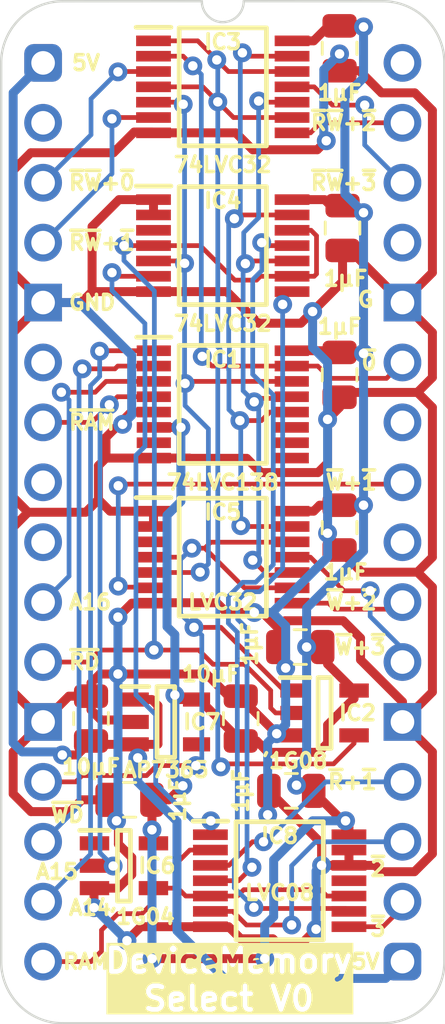
<source format=kicad_pcb>
(kicad_pcb (version 20241229) (generator "pcbnew") (generator_version "9.0")
  (title_block (title "Video Device RAM Select") (date "2024-03-06") (rev "V0"))
  (layers (0 "F.Cu" signal) (2 "B.Cu" signal) (13 "F.Paste" user) (15 "B.Paste" user) (5 "F.SilkS" user "F.Silkscreen") (7 "B.SilkS" user "B.Silkscreen") (1 "F.Mask" user) (3 "B.Mask" user) (25 "Edge.Cuts" user))
  (net 0 "")
  (net 1 "GND")
  (net 2 "5V")
  (net 3 "/3.3V")
  (net 4 "A16")
  (net 5 "A15")
  (net 7 "~{Device RAM 0}")
  (net 8 "A14")
  (net 13 "/~{Device RAM 3}")
  (net 14 "/~{Device RAM 2}")
  (net 15 "/~{Device RAM 1}")
  (net 16 "~{Device RAM}")
  (net 17 "~{RD}")
  (net 18 "~{WD}")
  (net 19 "/~{RD}·~{WD}")
  (net 20 "(~{RD}·~{WD})+~{Device RAM 1}")
  (net 21 "(~{RD}·~{WD})+~{Device RAM 3}")
  (net 22 "(~{RD}·~{WD})+~{Device RAM 0}")
  (net 23 "(~{RD}·~{WD})+~{Device RAM 2}")
  (net 25 "/~{RD}+~{Device RAM 1}")
  (net 26 "/~{RD}+~{Device RAM 2}")
  (net 27 "/~{RD}+~{Device RAM 3}")
  (net 29 "~{WD}+~{Device RAM 1}")
  (net 30 "~{WD}+~{Device RAM 2}")
  (net 31 "~{WD}+~{Device RAM 3}")
  (net 34 "Device RAM")
  (net 35 "~{Read Device RAM 2}")
  (net 36 "~{Read Device RAM 1}")
  (net 37 "~{Read Device RAM 3}")
  (footprint "SamacSys_Parts:C_0805" (layer "F.Cu") (at 8.382 27.813)
    (property "Reference" "C9" (hide yes))
    (property "Value" "10µF")
  )
  (footprint "SamacSys_Parts:DIP-32_Board_W15.24mm" (layer "F.Cu") (at 0 0)
    (property "Reference" "J1" (hide yes))
    (property "Value" "Conn_02x16_Counter_Clockwise" (hide yes))
    (fp_line (start -1.778 38.1) (end -1.778 0) (stroke (width 0.1)) (layer "Edge.Cuts"))
    (fp_line (start 6.731 -2.6162) (end 0.835732 -2.613732) (stroke (width 0.1)) (layer "Edge.Cuts"))
    (fp_line (start 14.404267 -2.613733) (end 8.509 -2.6162) (stroke (width 0.1)) (layer "Edge.Cuts"))
    (fp_line (start 14.404268 40.713732) (end 0.835733 40.713733) (stroke (width 0.1)) (layer "Edge.Cuts"))
    (fp_line (start 17.018 38.1) (end 17.017999 -0.000001) (stroke (width 0.1)) (layer "Edge.Cuts"))
    (fp_arc (start -1.778 0) (mid -1.012456 -1.848188) (end 0.835732 -2.613732) (stroke (width 0.1)) (layer "Edge.Cuts"))
    (fp_arc (start 0.835733 40.713733) (mid -1.012457 39.94819) (end -1.778 38.1) (stroke (width 0.1)) (layer "Edge.Cuts"))
    (fp_arc (start 8.509 -2.6162) (mid 7.62 -1.7272) (end 6.731 -2.6162) (stroke (width 0.1)) (layer "Edge.Cuts"))
    (fp_arc (start 14.404267 -2.613733) (mid 16.252451 -1.848184) (end 17.017999 -0.000001) (stroke (width 0.1)) (layer "Edge.Cuts"))
    (fp_arc (start 17.018 38.1) (mid 16.252456 39.948187) (end 14.404268 40.713732) (stroke (width 0.1)) (layer "Edge.Cuts"))
  )
  (footprint "SamacSys_Parts:SOP65P640X110-14N" (layer "F.Cu") (at 10.033 34.671)
    (property "Reference" "IC8")
    (property "Value" "74LVC08APW,112" (hide yes))
  )
  (footprint "SamacSys_Parts:C_0805" (layer "F.Cu") (at 12.7 6.985 180)
    (property "Reference" "C3" (hide yes))
    (property "Value" "1μF")
  )
  (footprint "SamacSys_Parts:C_0805" (layer "F.Cu") (at 3.683 31.242 90)
    (property "Reference" "C6" (hide yes))
    (property "Value" "1μF")
  )
  (footprint "SamacSys_Parts:C_0805" (layer "F.Cu") (at 12.573 19.685 180)
    (property "Reference" "C4" (hide yes))
    (property "Value" "1μF")
  )
  (footprint "SamacSys_Parts:SOP65P640X110-14N" (layer "F.Cu") (at 7.62 1.016)
    (property "Reference" "IC3")
    (property "Value" "74LVC32APW,118" (hide yes))
  )
  (footprint "SamacSys_Parts:SOP65P640X110-16N" (layer "F.Cu") (at 7.62 14.478)
    (property "Reference" "IC1")
    (property "Value" "74LVC138APW-Q100J" (hide yes))
  )
  (footprint "SamacSys_Parts:SOT95P275X110-5N" (layer "F.Cu") (at 3.429 34.036)
    (property "Reference" "IC6")
    (property "Value" "74LVC1G04GV,125" (hide yes))
  )
  (footprint "SamacSys_Parts:C_0805" (layer "F.Cu") (at 10.541 30.861 90)
    (property "Reference" "C7" (hide yes))
    (property "Value" "1μF")
  )
  (footprint "SamacSys_Parts:C_0805" (layer "F.Cu") (at 10.922 24.765 90)
    (property "Reference" "C1" (hide yes))
    (property "Value" "1μF")
  )
  (footprint "SamacSys_Parts:C_0805" (layer "F.Cu") (at 2.032 27.813)
    (property "Reference" "C8" (hide yes))
    (property "Value" "10µF")
  )
  (footprint "SamacSys_Parts:C_0805" (layer "F.Cu") (at 12.573 -0.635 180)
    (property "Reference" "C5" (hide yes))
    (property "Value" "1μF")
  )
  (footprint "SamacSys_Parts:SOT95P285X130-5N" (layer "F.Cu") (at 5.207 27.94)
    (property "Reference" "IC7")
    (property "Value" "AP7365-33WG-7" (hide yes))
  )
  (footprint "SamacSys_Parts:C_0805" (layer "F.Cu") (at 12.573 13.208 180)
    (property "Reference" "C2" (hide yes))
    (property "Value" "1μF")
  )
  (footprint "SamacSys_Parts:SOP65P640X110-14N" (layer "F.Cu") (at 7.62 20.955)
    (property "Reference" "IC5")
    (property "Value" "74LVC32APW,118" (hide yes))
  )
  (footprint "SamacSys_Parts:SOT95P275X110-5N" (layer "F.Cu") (at 11.938 27.559)
    (property "Reference" "IC2")
    (property "Value" "74LVC1G08GV,125" (hide yes))
  )
  (footprint "SamacSys_Parts:SOP65P640X110-14N" (layer "F.Cu") (at 7.62 7.747)
    (property "Reference" "IC4")
    (property "Value" "74LVC32APW,118" (hide yes))
  )
  (footprint "SamacSys_Parts:PinHeader_1x16_P2.54mm_Vertical" (layer "B.Cu") (at 0 0 180)
    (property "Reference" "J3" (hide yes))
    (property "Value" "Pin_Header_01x16")
  )
  (footprint "SamacSys_Parts:PinHeader_1x16_P2.54mm_Vertical" (layer "B.Cu") (at 15.24 0 180)
    (property "Reference" "J2" (hide yes))
    (property "Value" "Pin_Header_01x16")
  )
  (gr_text "5V" (at 1.143 0 0) (layer "F.SilkS") (effects (font (size 0.635 0.635)) (justify left)))
  (gr_text "5V" (at 14.351 38.1 0) (layer "F.SilkS") (effects (font (size 0.635 0.635)) (justify right)))
  (gr_text "~{W}+~{3}" (at 14.605 24.765 0) (layer "F.SilkS") (effects (font (size 0.635 0.635)) (justify right)))
  (gr_text "A14" (at 1.016 35.814 0) (layer "F.SilkS") (effects (font (size 0.635 0.635)) (justify left)))
  (gr_text "~{R}~{W}+~{1}" (at 1.016 7.62 0) (layer "F.SilkS") (effects (font (size 0.635 0.635)) (justify left)))
  (gr_text "G" (at 14.097 10.033 0) (layer "F.SilkS") (effects (font (size 0.635 0.635)) (justify right)))
  (gr_text "~{RD}" (at 1.016 25.4 0) (layer "F.SilkS") (effects (font (size 0.635 0.635)) (justify left)))
  (gr_text "~{R}~{W}+~{0}" (at 1.016 5.08 0) (layer "F.SilkS") (effects (font (size 0.635 0.635)) (justify left)))
  (gr_text "A16" (at 1.016 22.86 0) (layer "F.SilkS") (effects (font (size 0.635 0.635)) (justify left)))
  (gr_text "~{W}+~{2}" (at 14.224 22.86 0) (layer "F.SilkS") (effects (font (size 0.635 0.635)) (justify right)))
  (gr_text "~{0}" (at 14.224 12.7 0) (layer "F.SilkS") (effects (font (size 0.635 0.635)) (justify right)))
  (gr_text "~{R}~{W}+~{2}" (at 14.224 2.54 0) (layer "F.SilkS") (effects (font (size 0.635 0.635)) (justify right)))
  (gr_text "GND" (at 1.016 10.16 0) (layer "F.SilkS") (effects (font (size 0.635 0.635)) (justify left)))
  (gr_text "RAM" (at 0.762 38.1 0) (layer "F.SilkS") (effects (font (size 0.635 0.635)) (justify left)))
  (gr_text "~{R}+~{1}" (at 14.224 30.48 0) (layer "F.SilkS") (effects (font (size 0.635 0.635)) (justify right)))
  (gr_text "~{2}" (at 14.605 34.163 0) (layer "F.SilkS") (effects (font (size 0.635 0.635)) (justify right)))
  (gr_text "A15" (at -0.381 34.29 0) (layer "F.SilkS") (effects (font (size 0.635 0.635)) (justify left)))
  (gr_text "DeviceMemory\nSelect V0\n" (at 7.874 40.259 0) (layer "F.SilkS" knockout) (effects (font (size 1 1) (thickness 0.2) (bold yes)) (justify bottom)))
  (gr_text "~{R}~{W}+~{3}" (at 14.224 5.08 0) (layer "F.SilkS") (effects (font (size 0.635 0.635)) (justify right)))
  (gr_text "~{3}" (at 14.605 36.703 0) (layer "F.SilkS") (effects (font (size 0.635 0.635)) (justify right)))
  (gr_text "~{W}+~{1}" (at 14.224 17.78 0) (layer "F.SilkS") (effects (font (size 0.635 0.635)) (justify right)))
  (gr_text "~{WD}" (at 0.254 31.877 0) (layer "F.SilkS") (effects (font (size 0.635 0.635)) (justify left)))
  (gr_text "~{RAM}" (at 1.016 15.24 0) (layer "F.SilkS") (effects (font (size 0.635 0.635)) (justify left)))
  (segment (start 9.977 28.509) (end 9.906 28.438) (width 0.38) (layer "F.Cu") (net 1))
  (segment (start 3.194 33.12106) (end 3.761 33.68806) (width 0.38) (layer "F.Cu") (net 1))
  (segment (start 2.667 16.753) (end 2.347 17.073) (width 0.38) (layer "F.Cu") (net 1))
  (segment (start 4.682 22.905) (end 3.765 22.905) (width 0.38) (layer "F.Cu") (net 1))
  (segment (start 3.258 27.94) (end 3.175 27.857) (width 0.38) (layer "F.Cu") (net 1))
  (segment (start 3.37 15.167557) (end 3.734557 14.803) (width 0.38) (layer "F.Cu") (net 1))
  (segment (start 3.37 15.323365) (end 3.218635 15.323365) (width 0.38) (layer "F.Cu") (net 1))
  (segment (start 3.734557 14.803) (end 4.695 14.803) (width 0.38) (layer "F.Cu") (net 1))
  (segment (start 2.347 18.513) (end 1.81 19.05) (width 0.38) (layer "F.Cu") (net 1))
  (segment (start 15.24 27.082915) (end 15.24 27.94) (width 0.38) (layer "F.Cu") (net 1))
  (segment (start 2.159 35.814) (end 2.159 35.006) (width 0.38) (layer "F.Cu") (net 1))
  (segment (start 14.351 1.27) (end 13.412 0.331) (width 0.38) (layer "F.Cu") (net 1))
  (segment (start 8.95725 23.30075) (end 9.30375 23.30075) (width 0.38) (layer "F.Cu") (net 1))
  (segment (start 13.462 25.304915) (end 15.24 27.082915) (width 0.38) (layer "F.Cu") (net 1))
  (segment (start 2.667 16.753) (end 4.695 16.753) (width 0.38) (layer "F.Cu") (net 1))
  (segment (start 4.682 19.655) (end 4.682 19.005) (width 0.38) (layer "F.Cu") (net 1))
  (segment (start 12.573 14.605) (end 12.065 15.113) (width 0.38) (layer "F.Cu") (net 1))
  (segment (start 16.51 8.89) (end 16.51 2.016042) (width 0.38) (layer "F.Cu") (net 1))
  (segment (start 2.077 9.697) (end 1.614 10.16) (width 0.38) (layer "F.Cu") (net 1))
  (segment (start 3.37 15.323365) (end 3.37 15.167557) (width 0.38) (layer "F.Cu") (net 1))
  (segment (start 16.51 22.225) (end 16.51 26.67) (width 0.38) (layer "F.Cu") (net 1))
  (segment (start 11.810488 34.020485) (end 11.810488 33.096488) (width 0.38) (layer "F.Cu") (net 1))
  (segment (start 11.66 17.368) (end 9.24 17.368) (width 0.38) (layer "F.Cu") (net 1))
  (segment (start 15.748 34.29) (end 14.3575 34.29) (width 0.38) (layer "F.Cu") (net 1))
  (segment (start 12.971 34.021) (end 12.971 33.371) (width 0.38) (layer "F.Cu") (net 1))
  (segment (start 1.81 19.05) (end -0.635 19.05) (width 0.38) (layer "F.Cu") (net 1))
  (segment (start 1.614 10.16) (end 0 10.16) (width 0.38) (layer "F.Cu") (net 1))
  (segment (start -0.516062 31.741938) (end -1.27 30.988) (width 0.38) (layer "F.Cu") (net 1))
  (segment (start 13.512 21.59) (end 15.875 21.59) (width 0.38) (layer "F.Cu") (net 1))
  (segment (start 3.194 32.212) (end 3.194 33.12106) (width 0.38) (layer "F.Cu") (net 1))
  (segment (start 13.412 0.331) (end 12.573 0.331) (width 0.38) (layer "F.Cu") (net 1))
  (segment (start 3.761 34.409) (end 3.184 34.986) (width 0.38) (layer "F.Cu") (net 1))
  (segment (start 12.7 9.271) (end 11.43 10.541) (width 0.38) (layer "F.Cu") (net 1))
  (segment (start 3.8635 2.931) (end 2.9845 3.81) (width 0.38) (layer "F.Cu") (net 1))
  (segment (start 2.032 26.289) (end 2.413 25.908) (width 0.38) (layer "F.Cu") (net 1))
  (segment (start 16.51 14.605) (end 15.875 13.97) (width 0.38) (layer "F.Cu") (net 1))
  (segment (start 4.699803 22.887197) (end 7.366 22.887197) (width 0.38) (layer "F.Cu") (net 1))
  (segment (start 11.810488 33.096488) (end 9.575 30.861) (width 0.38) (layer "F.Cu") (net 1))
  (segment (start 12.728 23.65) (end 13.462 24.384) (width 0.38) (layer "F.Cu") (net 1))
  (segment (start 4.682 19.005) (end 2.839 19.005) (width 0.38) (layer "F.Cu") (net 1))
  (segment (start 10.02894 37.416) (end 10.887749 37.416) (width 0.38) (layer "F.Cu") (net 1))
  (segment (start 9.74594 37.133) (end 10.02894 37.416) (width 0.38) (layer "F.Cu") (net 1))
  (segment (start 1.093 26.847) (end 0 27.94) (width 0.38) (layer "F.Cu") (net 1))
  (segment (start 12.065 16.963) (end 11.66 17.368) (width 0.38) (layer "F.Cu") (net 1))
  (segment (start -1.27 11.43) (end -1.27 18.415) (width 0.38) (layer "F.Cu") (net 1))
  (segment (start 7.779553 23.30075) (end 7.366 22.887197) (width 0.38) (layer "F.Cu") (net 1))
  (segment (start 7.095 36.621) (end 7.87 36.621) (width 0.38) (layer "F.Cu") (net 1))
  (segment (start 5.195 16.753) (end 6.212 16.753) (width 0.38) (layer "F.Cu") (net 1))
  (segment (start 6.927035 25.908) (end 7.866035 26.847) (width 0.38) (layer "F.Cu") (net 1))
  (segment (start 14.0885 34.021) (end 12.971 34.021) (width 0.38) (layer "F.Cu") (net 1))
  (segment (start 1.143 31.741938) (end -0.516062 31.741938) (width 0.38) (layer "F.Cu") (net 1))
  (segment (start 16.51 2.016042) (end 15.763958 1.27) (width 0.38) (layer "F.Cu") (net 1))
  (segment (start 2.032 26.847) (end 2.032 26.289) (width 0.38) (layer "F.Cu") (net 1))
  (segment (start 2.347 17.073) (end 2.347 18.513) (width 0.38) (layer "F.Cu") (net 1))
  (segment (start 8.89 3.683) (end 11.628 3.683) (width 0.38) (layer "F.Cu") (net 1))
  (segment (start 9.131119 11.036119) (end 10.934881 11.036119) (width 0.38) (layer "F.Cu") (net 1))
  (segment (start -1.27 29.21) (end 0 27.94) (width 0.38) (layer "F.Cu") (net 1))
  (segment (start 2.457 27.857) (end 2.032 27.432) (width 0.38) (layer "F.Cu") (net 1))
  (segment (start 12.7 7.951) (end 12.7 9.271) (width 0.38) (layer "F.Cu") (net 1))
  (segment (start 4.682 5.797) (end 4.682 6.447) (width 0.38) (layer "F.Cu") (net 1))
  (segment (start 14.3575 34.29) (end 14.0885 34.021) (width 0.38) (layer "F.Cu") (net 1))
  (segment (start 16.51 33.528) (end 15.748 34.29) (width 0.38) (layer "F.Cu") (net 1))
  (segment (start 15.24 27.94) (end 16.51 29.21) (width 0.38) (layer "F.Cu") (net 1))
  (segment (start 2.347 18.513) (end 2.839 19.005) (width 0.38) (layer "F.Cu") (net 1))
  (segment (start 16.51 11.43) (end 15.24 10.16) (width 0.38) (layer "F.Cu") (net 1))
  (segment (start 3.765 22.905) (end 3.175 23.495) (width 0.38) (layer "F.Cu") (net 1))
  (segment (start 12.573 0.127) (end 12.573 -0.381) (width 0.38) (layer "F.Cu") (net 1))
  (segment (start 2.032 27.432) (end 2.032 26.847) (width 0.38) (layer "F.Cu") (net 1))
  (segment (start -1.27 4.556042) (end -1.27 8.89) (width 0.38) (layer "F.Cu") (net 1))
  (segment (start 8.173 2.966) (end 8.89 3.683) (width 0.38) (layer "F.Cu") (net 1))
  (segment (start 7.095 36.621) (end 4.145998 36.621) (width 0.38) (layer "F.Cu") (net 1))
  (segment (start 9.956 24.765) (end 10.287 25.096) (width 0.38) (layer "F.Cu") (net 1))
  (segment (start 16.51 13.335) (end 16.51 11.43) (width 0.38) (layer "F.Cu") (net 1))
  (segment (start 9.525 31.877) (end 9.525 30.911) (width 0.38) (layer "F.Cu") (net 1))
  (segment (start 2.077 6.94) (end 2.077 9.697) (width 0.38) (layer "F.Cu") (net 1))
  (segment (start 2.667 15.875) (end 2.667 16.753) (width 0.38) (layer "F.Cu") (net 1))
  (segment (start 15.875 21.59) (end 16.51 22.225) (width 0.38) (layer "F.Cu") (net 1))
  (segment (start 8.382 37.133) (end 9.74594 37.133) (width 0.38) (layer "F.Cu") (net 1))
  (segment (start 3.175 25.908) (end 6.927035 25.908) (width 0.38) (layer "F.Cu") (net 1))
  (segment (start 16.51 29.21) (end 16.51 33.528) (width 0.38) (layer "F.Cu") (net 1))
  (segment (start -0.523958 3.81) (end -1.27 4.556042) (width 0.38) (layer "F.Cu") (net 1))
  (segment (start 15.24 10.16) (end 16.51 8.89) (width 0.38) (layer "F.Cu") (net 1))
  (segment (start 15.875 21.59) (end 16.51 20.955) (width 0.38) (layer "F.Cu") (net 1))
  (segment (start 11.628 3.683) (end 12.009 3.302) (width 0.38) (layer "F.Cu") (net 1))
  (segment (start 9.24 17.368) (end 8.636001 16.764001) (width 0.38) (layer "F.Cu") (net 1))
  (segment (start 10.259 23.65) (end 12.728 23.65) (width 0.38) (layer "F.Cu") (net 1))
  (segment (start 6.212 16.753) (end 6.223001 16.764001) (width 0.38) (layer "F.Cu") (net 1))
  (segment (start 9.956 23.953) (end 10.259 23.65) (width 0.38) (layer "F.Cu") (net 1))
  (segment (start 9.956 23.953) (end 9.30375 23.30075) (width 0.38) (layer "F.Cu") (net 1))
  (segment (start 12.573 14.174) (end 12.573 14.605) (width 0.38) (layer "F.Cu") (net 1))
  (segment (start 0 10.16) (end -1.27 11.43) (width 0.38) (layer "F.Cu") (net 1))
  (segment (start 2.032 26.847) (end 1.093 26.847) (width 0.38) (layer "F.Cu") (net 1))
  (segment (start -1.27 8.89) (end 0 10.16) (width 0.38) (layer "F.Cu") (net 1))
  (segment (start -1.27 26.67) (end 0 27.94) (width 0.38) (layer "F.Cu") (net 1))
  (segment (start 10.688 28.509) (end 9.977 28.509) (width 0.38) (layer "F.Cu") (net 1))
  (segment (start 11.810488 34.020485) (end 11.811003 34.021) (width 0.38) (layer "F.Cu") (net 1))
  (segment (start 4.682 9.697) (end 2.077 9.697) (width 0.38) (layer "F.Cu") (net 1))
  (segment (start -0.635 19.05) (end -1.27 19.685) (width 0.38) (layer "F.Cu") (net 1))
  (segment (start 4.682 5.797) (end 3.22 5.797) (width 0.38) (layer "F.Cu") (net 1))
  (segment (start 4.145998 36.621) (end 3.555999 37.210999) (width 0.38) (layer "F.Cu") (net 1))
  (segment (start 1.642938 31.242) (end 1.143 31.741938) (width 0.38) (layer "F.Cu") (net 1))
  (segment (start 7.792 9.697) (end 9.131119 11.036119) (width 0.38) (layer "F.Cu") (net 1))
  (segment (start 2.9845 3.81) (end -0.523958 3.81) (width 0.38) (layer "F.Cu") (net 1))
  (segment (start 3.907 27.94) (end 3.258 27.94) (width 0.38) (layer "F.Cu") (net 1))
  (segment (start 2.413 25.908) (end 3.175 25.908) (width 0.38) (layer "F.Cu") (net 1))
  (segment (start 12.777 13.97) (end 15.875 13.97) (width 0.38) (layer "F.Cu") (net 1))
  (segment (start 3.218635 15.323365) (end 2.667 15.875) (width 0.38) (layer "F.Cu") (net 1))
  (segment (start 2.717 31.242) (end 1.642938 31.242) (width 0.38) (layer "F.Cu") (net 1))
  (segment (start 10.887749 37.416) (end 11.575398 36.728351) (width 0.38) (layer "F.Cu") (net 1))
  (segment (start 11.811003 34.021) (end 12.971 34.021) (width 0.38) (layer "F.Cu") (net 1))
  (segment (start 3.761 33.68806) (end 3.761 34.409) (width 0.38) (layer "F.Cu") (net 1))
  (segment (start 4.682 9.697) (end 7.792 9.697) (width 0.38) (layer "F.Cu") (net 1))
  (segment (start 2.717 31.292) (end 3.113 31.688) (width 0.38) (layer "F.Cu") (net 1))
  (segment (start -1.27 18.415) (end -0.635 19.05) (width 0.38) (layer "F.Cu") (net 1))
  (segment (start 3.175 27.857) (end 2.457 27.857) (width 0.38) (layer "F.Cu") (net 1))
  (segment (start 16.51 26.67) (end 15.24 27.94) (width 0.38) (layer "F.Cu") (net 1))
  (segment (start 3.113 32.131) (end 3.194 32.212) (width 0.38) (layer "F.Cu") (net 1))
  (segment (start 10.934881 11.036119) (end 11.43 10.541) (width 0.38) (layer "F.Cu") (net 1))
  (segment (start 3.184 34.986) (end 2.179 34.986) (width 0.38) (layer "F.Cu") (net 1))
  (segment (start 8.382 26.914) (end 9.906 28.438) (width 0.38) (layer "F.Cu") (net 1))
  (segment (start 13.462 24.384) (end 13.462 25.304915) (width 0.38) (layer "F.Cu") (net 1))
  (segment (start 12.573 20.651) (end 13.512 21.59) (width 0.38) (layer "F.Cu") (net 1))
  (segment (start 15.763958 1.27) (end 14.351 1.27) (width 0.38) (layer "F.Cu") (net 1))
  (segment (start 4.647 2.931) (end 3.8635 2.931) (width 0.38) (layer "F.Cu") (net 1))
  (segment (start 9.956 24.765) (end 9.956 23.953) (width 0.38) (layer "F.Cu") (net 1))
  (segment (start 13.031 7.951) (end 15.24 10.16) (width 0.38) (layer "F.Cu") (net 1))
  (segment (start 10.287 25.096) (end 10.287 25.654) (width 0.38) (layer "F.Cu") (net 1))
  (segment (start -1.27 19.685) (end -1.27 26.67) (width 0.38) (layer "F.Cu") (net 1))
  (segment (start 15.875 13.97) (end 16.51 13.335) (width 0.38) (layer "F.Cu") (net 1))
  (segment (start 7.87 36.621) (end 8.382 37.133) (width 0.38) (layer "F.Cu") (net 1))
  (segment (start 16.51 20.955) (end 16.51 14.605) (width 0.38) (layer "F.Cu") (net 1))
  (segment (start 3.22 5.797) (end 2.077 6.94) (width 0.38) (layer "F.Cu") (net 1))
  (segment (start 8.95725 23.30075) (end 7.779553 23.30075) (width 0.38) (layer "F.Cu") (net 1))
  (segment (start 12.065 15.113) (end 12.065 16.963) (width 0.38) (layer "F.Cu") (net 1))
  (segment (start 8.636001 16.764001) (end 6.223001 16.764001) (width 0.38) (layer "F.Cu") (net 1))
  (segment (start -1.27 30.988) (end -1.27 29.21) (width 0.38) (layer "F.Cu") (net 1))
  (segment (start 3.113 31.688) (end 3.113 32.131) (width 0.38) (layer "F.Cu") (net 1))
  (segment (start 4.682 2.966) (end 8.173 2.966) (width 0.38) (layer "F.Cu") (net 1))
  (via (at 12.065 19.939) (size 0.8) (drill 0.4) (layers "F.Cu" "B.Cu") (net 1))
  (via (at 2.159 35.814) (size 0.8) (drill 0.4) (layers "F.Cu" "B.Cu") (net 1))
  (via (at 3.175 25.908) (size 0.8) (drill 0.4) (layers "F.Cu" "B.Cu") (net 1))
  (via (at 9.906 28.438) (size 0.8) (drill 0.4) (layers "F.Cu" "B.Cu") (net 1))
  (via (at 3.175 23.495) (size 0.8) (drill 0.4) (layers "F.Cu" "B.Cu") (net 1))
  (via (at 3.555999 37.210999) (size 0.8) (drill 0.4) (layers "F.Cu" "B.Cu") (net 1))
  (via (at 12.009 3.302) (size 0.8) (drill 0.4) (layers "F.Cu" "B.Cu") (net 1))
  (via (at 9.525 31.877) (size 0.8) (drill 0.4) (layers "F.Cu" "B.Cu") (net 1))
  (via (at 11.43 10.541) (size 0.8) (drill 0.4) (layers "F.Cu" "B.Cu") (net 1))
  (via (at 11.575398 36.728351) (size 0.8) (drill 0.4) (layers "F.Cu" "B.Cu") (net 1))
  (via (at 12.573 -0.381) (size 0.8) (drill 0.4) (layers "F.Cu" "B.Cu") (net 1))
  (via (at 12.065 15.113) (size 0.8) (drill 0.4) (layers "F.Cu" "B.Cu") (net 1))
  (via (at 10.287 25.654) (size 0.8) (drill 0.4) (layers "F.Cu" "B.Cu") (net 1))
  (via (at 11.810488 34.020485) (size 0.8) (drill 0.4) (layers "F.Cu" "B.Cu") (net 1))
  (via (at 8.95725 23.30075) (size 0.8) (drill 0.4) (layers "F.Cu" "B.Cu") (net 1))
  (via (at 3.113 32.131) (size 0.8) (drill 0.4) (layers "F.Cu" "B.Cu") (net 1))
  (via (at 3.37 15.323365) (size 0.8) (drill 0.4) (layers "F.Cu" "B.Cu") (net 1))
  (segment (start 11.43 12.065) (end 11.43 10.541) (width 0.38) (layer "B.Cu") (net 1))
  (segment (start 3.37 15.323365) (end 3.756 14.937365) (width 0.38) (layer "B.Cu") (net 1))
  (segment (start 11.575398 34.255575) (end 11.575398 36.728351) (width 0.38) (layer "B.Cu") (net 1))
  (segment (start 9.71925 23.30075) (end 8.95725 23.30075) (width 0.38) (layer "B.Cu") (net 1))
  (segment (start 12.065 15.113) (end 12.065 12.7) (width 0.38) (layer "B.Cu") (net 1))
  (segment (start 9.906 28.438) (end 9.525 28.819) (width 0.38) (layer "B.Cu") (net 1))
  (segment (start 10.287 23.8685) (end 10.287 25.654) (width 0.38) (layer "B.Cu") (net 1))
  (segment (start 3.756 12.392) (end 1.524 10.16) (width 0.38) (layer "B.Cu") (net 1))
  (segment (start 12.009 3.302) (end 11.904895 3.197895) (width 0.38) (layer "B.Cu") (net 1))
  (segment (start 3.175 32.069) (end 3.175 25.908) (width 0.38) (layer "B.Cu") (net 1))
  (segment (start 10.287 28.057) (end 9.906 28.438) (width 0.38) (layer "B.Cu") (net 1))
  (segment (start 12.065 19.939) (end 12.065 20.955) (width 0.38) (layer "B.Cu") (net 1))
  (segment (start 11.904895 0.287105) (end 12.573 -0.381) (width 0.38) (layer "B.Cu") (net 1))
  (segment (start 3.175 23.495) (end 3.175 25.908) (width 0.38) (layer "B.Cu") (net 1))
  (segment (start 9.71925 23.30075) (end 10.287 23.8685) (width 0.38) (layer "B.Cu") (net 1))
  (segment (start 2.159 35.814) (end 3.555999 37.210999) (width 0.38) (layer "B.Cu") (net 1))
  (segment (start 9.525 28.819) (end 9.525 31.877) (width 0.38) (layer "B.Cu") (net 1))
  (segment (start 10.287 25.654) (end 10.287 28.057) (width 0.38) (layer "B.Cu") (net 1))
  (segment (start 12.065 15.113) (end 12.065 19.939) (width 0.38) (layer "B.Cu") (net 1))
  (segment (start 11.810488 34.020485) (end 11.575398 34.255575) (width 0.38) (layer "B.Cu") (net 1))
  (segment (start 1.524 10.16) (end 0 10.16) (width 0.38) (layer "B.Cu") (net 1))
  (segment (start 3.756 14.937365) (end 3.756 12.392) (width 0.38) (layer "B.Cu") (net 1))
  (segment (start 12.065 20.955) (end 9.71925 23.30075) (width 0.38) (layer "B.Cu") (net 1))
  (segment (start 3.113 32.131) (end 3.175 32.069) (width 0.38) (layer "B.Cu") (net 1))
  (segment (start 11.904895 3.197895) (end 11.904895 0.287105) (width 0.38) (layer "B.Cu") (net 1))
  (segment (start 12.065 12.7) (end 11.43 12.065) (width 0.38) (layer "B.Cu") (net 1))
  (segment (start 3.907 28.89) (end 2.175 28.89) (width 0.38) (layer "F.Cu") (net 2))
  (segment (start 3.907 28.89) (end 3.907 29.356) (width 0.38) (layer "F.Cu") (net 2))
  (segment (start 3.907 26.99) (end 4.612 26.99) (width 0.38) (layer "F.Cu") (net 2))
  (segment (start 4.872 27.25) (end 4.872 28.88) (width 0.38) (layer "F.Cu") (net 2))
  (segment (start 4.612 26.99) (end 4.872 27.25) (width 0.38) (layer "F.Cu") (net 2))
  (segment (start 1.439204 29.339796) (end 2.032 28.747) (width 0.38) (layer "F.Cu") (net 2))
  (segment (start 3.907 29.356) (end 4.015 29.464) (width 0.38) (layer "F.Cu") (net 2))
  (segment (start 4.862 28.89) (end 3.907 28.89) (width 0.38) (layer "F.Cu") (net 2))
  (segment (start 0.815714 29.339796) (end 1.439204 29.339796) (width 0.38) (layer "F.Cu") (net 2))
  (segment (start 4.872 28.88) (end 4.862 28.89) (width 0.38) (layer "F.Cu") (net 2))
  (via (at 0.815714 29.339796) (size 0.8) (drill 0.4) (layers "F.Cu" "B.Cu") (net 2))
  (via (at 4.015 29.464) (size 0.8) (drill 0.4) (layers "F.Cu" "B.Cu") (net 2))
  (segment (start 15.24 38.1) (end 14.527 38.813) (width 0.38) (layer "B.Cu") (net 2))
  (segment (start 0.685918 29.21) (end -0.889 29.21) (width 0.38) (layer "B.Cu") (net 2))
  (segment (start 7.698 38.813) (end 5.677408 36.792408) (width 0.38) (layer "B.Cu") (net 2))
  (segment (start 14.527 38.813) (end 7.698 38.813) (width 0.38) (layer "B.Cu") (net 2))
  (segment (start -1.27 28.829) (end -1.27 1.27) (width 0.38) (layer "B.Cu") (net 2))
  (segment (start 5.677408 36.792408) (end 5.677408 32.151372) (width 0.38) (layer "B.Cu") (net 2))
  (segment (start 4.015 30.488964) (end 4.015 29.464) (width 0.38) (layer "B.Cu") (net 2))
  (segment (start 0.815714 29.339796) (end 0.685918 29.21) (width 0.38) (layer "B.Cu") (net 2))
  (segment (start -1.27 1.27) (end 0 0) (width 0.38) (layer "B.Cu") (net 2))
  (segment (start 5.677408 32.151372) (end 4.015 30.488964) (width 0.38) (layer "B.Cu") (net 2))
  (segment (start -0.889 29.21) (end -1.27 28.829) (width 0.38) (layer "B.Cu") (net 2))
  (segment (start 10.545 12.203) (end 12.502 12.203) (width 0.38) (layer "F.Cu") (net 3))
  (segment (start 13.589 -1.524) (end 12.716633 -1.524) (width 0.38) (layer "F.Cu") (net 3))
  (segment (start 12.573 18.751) (end 11.729 18.751) (width 0.38) (layer "F.Cu") (net 3))
  (segment (start 12.971 32.721) (end 12.971 32.402) (width 0.38) (layer "F.Cu") (net 3))
  (segment (start 11.729 18.751) (end 11.475 19.005) (width 0.38) (layer "F.Cu") (net 3))
  (segment (start 11.674 29.228) (end 12.065 28.837) (width 0.38) (layer "F.Cu") (net 3))
  (segment (start 9.062 28.747) (end 9.543 29.228) (width 0.38) (layer "F.Cu") (net 3))
  (segment (start 10.558 5.797) (end 11.938 5.797) (width 0.38) (layer "F.Cu") (net 3))
  (segment (start 12.065 28.837) (end 12.065 28.067) (width 0.38) (layer "F.Cu") (net 3))
  (segment (start 11.856 24.765) (end 11.176 24.765) (width 0.38) (layer "F.Cu") (net 3))
  (segment (start 5.843529 15.453) (end 4.695 15.453) (width 0.38) (layer "F.Cu") (net 3))
  (segment (start 9.543 29.228) (end 11.674 29.228) (width 0.38) (layer "F.Cu") (net 3))
  (segment (start 12.065 28.067) (end 13.188 26.944) (width 0.38) (layer "F.Cu") (net 3))
  (segment (start 13.544 12.274) (end 13.589 12.319) (width 0.38) (layer "F.Cu") (net 3))
  (segment (start 8.382 28.747) (end 9.062 28.747) (width 0.38) (layer "F.Cu") (net 3))
  (segment (start 10.856831 30.734) (end 10.746 30.623169) (width 0.38) (layer "F.Cu") (net 3))
  (segment (start 6.507 26.99) (end 5.781 26.99) (width 0.38) (layer "F.Cu") (net 3))
  (segment (start 12.971 32.402) (end 12.827 32.258) (width 0.38) (layer "F.Cu") (net 3))
  (segment (start 4.617 32.512) (end 4.617 33.024) (width 0.38) (layer "F.Cu") (net 3))
  (segment (start 11.938 5.797) (end 12.446 6.305) (width 0.38) (layer "F.Cu") (net 3))
  (segment (start 11.475 -0.934) (end 10.558 -0.934) (width 0.38) (layer "F.Cu") (net 3))
  (segment (start 12.573 18.751) (end 13.588992 18.751) (width 0.38) (layer "F.Cu") (net 3))
  (segment (start 4.617 31.242) (end 5.334006 31.242) (width 0.38) (layer "F.Cu") (net 3))
  (segment (start 11.348 30.734) (end 10.856831 30.734) (width 0.38) (layer "F.Cu") (net 3))
  (segment (start 12.065 25.486) (end 12.065 24.974) (width 0.38) (layer "F.Cu") (net 3))
  (segment (start 9.398 37.973) (end 4.622056 37.973) (width 0.38) (layer "F.Cu") (net 3))
  (segment (start 6.625 26.99) (end 8.382 28.747) (width 0.38) (layer "F.Cu") (net 3))
  (segment (start 11.475 19.005) (end 10.558 19.005) (width 0.38) (layer "F.Cu") (net 3))
  (segment (start 12.11 -1.569) (end 11.475 -0.934) (width 0.38) (layer "F.Cu") (net 3))
  (segment (start 5.781 26.99) (end 5.588 26.797) (width 0.38) (layer "F.Cu") (net 3))
  (segment (start 13.188 26.944) (end 13.188 26.609) (width 0.38) (layer "F.Cu") (net 3))
  (segment (start 4.617 31.242) (end 4.617 32.512) (width 0.38) (layer "F.Cu") (net 3))
  (segment (start 12.827 32.131) (end 12.7 32.131) (width 0.38) (layer "F.Cu") (net 3))
  (segment (start 12.827 32.258) (end 12.827 32.131) (width 0.38) (layer "F.Cu") (net 3))
  (segment (start 5.334006 31.242) (end 5.927834 30.648172) (width 0.38) (layer "F.Cu") (net 3))
  (segment (start 12.999 6.35) (end 13.589 6.35) (width 0.38) (layer "F.Cu") (net 3))
  (segment (start 12.999 12.274) (end 13.544 12.274) (width 0.38) (layer "F.Cu") (net 3))
  (segment (start 13.188 26.609) (end 12.065 25.486) (width 0.38) (layer "F.Cu") (net 3))
  (segment (start 12.7 32.131) (end 11.475 30.906) (width 0.38) (layer "F.Cu") (net 3))
  (via (at 9.398 37.973) (size 0.8) (drill 0.4) (layers "F.Cu" "B.Cu") (net 3))
  (via (at 13.588992 18.751) (size 0.8) (drill 0.4) (layers "F.Cu" "B.Cu") (net 3))
  (via (at 13.589 12.319) (size 0.8) (drill 0.4) (layers "F.Cu" "B.Cu") (net 3))
  (via (at 5.588 26.797) (size 0.8) (drill 0.4) (layers "F.Cu" "B.Cu") (net 3))
  (via (at 11.176 24.765) (size 0.8) (drill 0.4) (layers "F.Cu" "B.Cu") (net 3))
  (via (at 4.622056 37.973) (size 0.8) (drill 0.4) (layers "F.Cu" "B.Cu") (net 3))
  (via (at 5.843529 15.453) (size 0.8) (drill 0.4) (layers "F.Cu" "B.Cu") (net 3))
  (via (at 10.746 30.623169) (size 0.8) (drill 0.4) (layers "F.Cu" "B.Cu") (net 3))
  (via (at 12.827 32.131) (size 0.8) (drill 0.4) (layers "F.Cu" "B.Cu") (net 3))
  (via (at 4.617 32.512) (size 0.8) (drill 0.4) (layers "F.Cu" "B.Cu") (net 3))
  (via (at 13.589 -1.524) (size 0.8) (drill 0.4) (layers "F.Cu" "B.Cu") (net 3))
  (via (at 5.927834 30.648172) (size 0.8) (drill 0.4) (layers "F.Cu" "B.Cu") (net 3))
  (via (at 13.589 6.35) (size 0.8) (drill 0.4) (layers "F.Cu" "B.Cu") (net 3))
  (segment (start 13.589 12.319) (end 13.589 18.750992) (width 0.38) (layer "B.Cu") (net 3))
  (segment (start 4.617 32.512) (end 4.617 37.967944) (width 0.38) (layer "B.Cu") (net 3))
  (segment (start 5.588 26.797) (end 5.588 30.308338) (width 0.38) (layer "B.Cu") (net 3))
  (segment (start 11.176 23.114) (end 13.588992 20.701008) (width 0.38) (layer "B.Cu") (net 3))
  (segment (start 5.843529 18.589471) (end 5.256 19.177) (width 0.38) (layer "B.Cu") (net 3))
  (segment (start 5.588 24.236563) (end 5.256 23.904563) (width 0.38) (layer "B.Cu") (net 3))
  (segment (start 12.799 1.425) (end 12.799 5.56) (width 0.38) (layer "B.Cu") (net 3))
  (segment (start 5.843529 15.453) (end 5.843529 18.589471) (width 0.38) (layer "B.Cu") (net 3))
  (segment (start 10.746 29.894) (end 10.746 30.623169) (width 0.38) (layer "B.Cu") (net 3))
  (segment (start 5.588 26.797) (end 5.588 24.236563) (width 0.38) (layer "B.Cu") (net 3))
  (segment (start 11.43 32.131) (end 9.779 33.782) (width 0.38) (layer "B.Cu") (net 3))
  (segment (start 12.827 32.131) (end 11.43 32.131) (width 0.38) (layer "B.Cu") (net 3))
  (segment (start 13.589 18.750992) (end 13.588992 18.751) (width 0.38) (layer "B.Cu") (net 3))
  (segment (start 11.176 29.464) (end 10.746 29.894) (width 0.38) (layer "B.Cu") (net 3))
  (segment (start 5.256 19.177) (end 5.256 23.904563) (width 0.38) (layer "B.Cu") (net 3))
  (segment (start 13.589 0.635) (end 12.799 1.425) (width 0.38) (layer "B.Cu") (net 3))
  (segment (start 13.588992 20.701008) (end 13.588992 18.751) (width 0.38) (layer "B.Cu") (net 3))
  (segment (start 9.779 36.195) (end 9.398 36.576) (width 0.38) (layer "B.Cu") (net 3))
  (segment (start 11.176 24.765) (end 11.176 29.464) (width 0.38) (layer "B.Cu") (net 3))
  (segment (start 11.176 24.765) (end 11.176 23.114) (width 0.38) (layer "B.Cu") (net 3))
  (segment (start 12.799 5.56) (end 13.589 6.35) (width 0.38) (layer "B.Cu") (net 3))
  (segment (start 9.779 33.782) (end 9.779 36.195) (width 0.38) (layer "B.Cu") (net 3))
  (segment (start 13.589 6.35) (end 13.589 12.319) (width 0.38) (layer "B.Cu") (net 3))
  (segment (start 4.617 37.967944) (end 4.622056 37.973) (width 0.38) (layer "B.Cu") (net 3))
  (segment (start 5.588 30.308338) (end 5.927834 30.648172) (width 0.38) (layer "B.Cu") (net 3))
  (segment (start 13.589 -1.524) (end 13.589 0.635) (width 0.38) (layer "B.Cu") (net 3))
  (segment (start 9.398 36.576) (end 9.398 37.973) (width 0.38) (layer "B.Cu") (net 3))
  (segment (start 2.207728 13.962272) (end 0.774 13.962272) (width 0.2) (layer "F.Cu") (net 4))
  (segment (start 2.667 13.503) (end 2.207728 13.962272) (width 0.2) (layer "F.Cu") (net 4))
  (segment (start 4.695 13.503) (end 2.667 13.503) (width 0.2) (layer "F.Cu") (net 4))
  (via (at 0.774 13.962272) (size 0.8) (drill 0.4) (layers "F.Cu" "B.Cu") (net 4))
  (segment (start 1.1 14.288272) (end 0.774 13.962272) (width 0.2) (layer "B.Cu") (net 4))
  (segment (start 0 22.86) (end 1.1 21.76) (width 0.2) (layer "B.Cu") (net 4))
  (segment (start 1.1 21.76) (end 1.1 14.288272) (width 0.2) (layer "B.Cu") (net 4))
  (segment (start 3.16565 12.853) (end 3.048 12.97065) (width 0.2) (layer "F.Cu") (net 5))
  (segment (start 4.695 12.853) (end 3.16565 12.853) (width 0.2) (layer "F.Cu") (net 5))
  (segment (start 3.048 12.97065) (end 1.661813 12.97065) (width 0.2) (layer "F.Cu") (net 5))
  (via (at 1.661813 12.97065) (size 0.8) (drill 0.4) (layers "F.Cu" "B.Cu") (net 5))
  (segment (start 1.524 13.108463) (end 1.661813 12.97065) (width 0.2) (layer "B.Cu") (net 5))
  (segment (start 1.524 31.496) (end 1.524 13.108463) (width 0.2) (layer "B.Cu") (net 5))
  (segment (start 0 33.02) (end 1.524 31.496) (width 0.2) (layer "B.Cu") (net 5))
  (segment (start 4.682 -0.284) (end 5.939 -0.284) (width 0.2) (layer "F.Cu") (net 7))
  (segment (start 10.545 12.853) (end 11.649183 12.853) (width 0.2) (layer "F.Cu") (net 7))
  (segment (start 12.170183 13.374) (end 14.566 13.374) (width 0.2) (layer "F.Cu") (net 7))
  (segment (start 10.545 12.853) (end 7.156607 12.853) (width 0.2) (layer "F.Cu") (net 7))
  (segment (start 7.156607 12.853) (end 6.749607 12.446) (width 0.2) (layer "F.Cu") (net 7))
  (segment (start 11.649183 12.853) (end 12.170183 13.374) (width 0.2) (layer "F.Cu") (net 7))
  (segment (start 5.939 -0.284) (end 6.35 0.127) (width 0.2) (layer "F.Cu") (net 7))
  (segment (start 14.566 13.374) (end 15.24 12.7) (width 0.2) (layer "F.Cu") (net 7))
  (via (at 6.35 0.127) (size 0.8) (drill 0.4) (layers "F.Cu" "B.Cu") (net 7))
  (via (at 6.749607 12.446) (size 0.8) (drill 0.4) (layers "F.Cu" "B.Cu") (net 7))
  (segment (start 6.709 0.486) (end 6.709 12.405393) (width 0.2) (layer "B.Cu") (net 7))
  (segment (start 6.35 0.127) (end 6.709 0.486) (width 0.2) (layer "B.Cu") (net 7))
  (segment (start 6.709 12.405393) (end 6.749607 12.446) (width 0.2) (layer "B.Cu") (net 7))
  (segment (start 4.695 12.203) (end 2.419797 12.203) (width 0.2) (layer "F.Cu") (net 8))
  (segment (start 2.419797 12.203) (end 2.399428 12.223369) (width 0.2) (layer "F.Cu") (net 8))
  (via (at 2.399428 12.223369) (size 0.8) (drill 0.4) (layers "F.Cu" "B.Cu") (net 8))
  (segment (start 2.399428 13.292233) (end 2.399428 12.223369) (width 0.2) (layer "B.Cu") (net 8))
  (segment (start 0 35.56) (end 2.013 33.547) (width 0.2) (layer "B.Cu") (net 8))
  (segment (start 2.013 13.678661) (end 2.399428 13.292233) (width 0.2) (layer "B.Cu") (net 8))
  (segment (start 2.013 33.547) (end 2.013 13.678661) (width 0.2) (layer "B.Cu") (net 8))
  (segment (start 10.558 6.447) (end 8.266 6.447) (width 0.2) (layer "F.Cu") (net 13))
  (segment (start 10.558 19.655) (end 8.42 19.655) (width 0.2) (layer "F.Cu") (net 13))
  (segment (start 10.545 14.803) (end 9.62 14.803) (width 0.2) (layer "F.Cu") (net 13))
  (segment (start 9.62 14.803) (end 9.258618 15.164382) (width 0.2) (layer "F.Cu") (net 13))
  (segment (start 9.258618 15.164382) (end 8.34584 15.164382) (width 0.2) (layer "F.Cu") (net 13))
  (segment (start 8.266 6.447) (end 8.109 6.604) (width 0.2) (layer "F.Cu") (net 13))
  (segment (start 8.596013 -0.284) (end 8.451534 -0.428479) (width 0.2) (layer "F.Cu") (net 13))
  (segment (start 8.42 19.655) (end 8.385 19.62) (width 0.2) (layer "F.Cu") (net 13))
  (segment (start 10.558 -0.284) (end 8.596013 -0.284) (width 0.2) (layer "F.Cu") (net 13))
  (via (at 8.385 19.62) (size 0.8) (drill 0.4) (layers "F.Cu" "B.Cu") (net 13))
  (via (at 8.451534 -0.428479) (size 0.8) (drill 0.4) (layers "F.Cu" "B.Cu") (net 13))
  (via (at 8.34584 15.164382) (size 0.8) (drill 0.4) (layers "F.Cu" "B.Cu") (net 13))
  (via (at 8.109 6.604) (size 0.8) (drill 0.4) (layers "F.Cu" "B.Cu") (net 13))
  (segment (start 7.899607 12.922347) (end 7.899607 11.969653) (width 0.2) (layer "B.Cu") (net 13))
  (segment (start 7.899607 11.969653) (end 7.871 11.941046) (width 0.2) (layer "B.Cu") (net 13))
  (segment (start 8.363 6.35) (end 8.109 6.604) (width 0.2) (layer "B.Cu") (net 13))
  (segment (start 8.363 -0.339945) (end 8.363 6.35) (width 0.2) (layer "B.Cu") (net 13))
  (segment (start 8.382 15.200542) (end 8.382 19.617) (width 0.2) (layer "B.Cu") (net 13))
  (segment (start 8.382 19.617) (end 8.385 19.62) (width 0.2) (layer "B.Cu") (net 13))
  (segment (start 7.881 13.026653) (end 7.871 13.016653) (width 0.2) (layer "B.Cu") (net 13))
  (segment (start 7.881 14.699542) (end 7.881 13.026653) (width 0.2) (layer "B.Cu") (net 13))
  (segment (start 8.34584 15.164382) (end 8.382 15.200542) (width 0.2) (layer "B.Cu") (net 13))
  (segment (start 8.451534 -0.428479) (end 8.363 -0.339945) (width 0.2) (layer "B.Cu") (net 13))
  (segment (start 7.871 13.016653) (end 7.871 12.950953) (width 0.2) (layer "B.Cu") (net 13))
  (segment (start 7.871 6.842) (end 8.109 6.604) (width 0.2) (layer "B.Cu") (net 13))
  (segment (start 8.34584 15.164382) (end 7.881 14.699542) (width 0.2) (layer "B.Cu") (net 13))
  (segment (start 7.871 12.950953) (end 7.899607 12.922347) (width 0.2) (layer "B.Cu") (net 13))
  (segment (start 7.871 11.941046) (end 7.871 6.842) (width 0.2) (layer "B.Cu") (net 13))
  (segment (start 10.474 14.224) (end 9.097035 14.224) (width 0.2) (layer "F.Cu") (net 14))
  (segment (start 10.558 8.397) (end 8.69 8.397) (width 0.2) (layer "F.Cu") (net 14))
  (segment (start 9.097035 14.224) (end 8.952 14.369035) (width 0.2) (layer "F.Cu") (net 14))
  (segment (start 10.446 21.717) (end 9.525 21.717) (width 0.2) (layer "F.Cu") (net 14))
  (segment (start 10.558 1.666) (end 9.189964 1.666) (width 0.2) (layer "F.Cu") (net 14))
  (segment (start 9.189964 1.666) (end 9.139964 1.616) (width 0.2) (layer "F.Cu") (net 14))
  (segment (start 8.69 8.397) (end 8.578 8.509) (width 0.2) (layer "F.Cu") (net 14))
  (segment (start 9.525 21.717) (end 8.89 21.082) (width 0.2) (layer "F.Cu") (net 14))
  (via (at 8.578 8.509) (size 0.8) (drill 0.4) (layers "F.Cu" "B.Cu") (net 14))
  (via (at 9.139964 1.616) (size 0.8) (drill 0.4) (layers "F.Cu" "B.Cu") (net 14))
  (via (at 8.952 14.369035) (size 0.8) (drill 0.4) (layers "F.Cu" "B.Cu") (net 14))
  (via (at 8.89 21.082) (size 0.8) (drill 0.4) (layers "F.Cu" "B.Cu") (net 14))
  (segment (start 8.482 8.605) (end 8.578 8.509) (width 0.2) (layer "B.Cu") (net 14))
  (segment (start 9.139964 1.616) (end 9.139964 6.562986) (width 0.2) (layer "B.Cu") (net 14))
  (segment (start 8.509 8.44) (end 8.578 8.509) (width 0.2) (layer "B.Cu") (net 14))
  (segment (start 8.952 14.369035) (end 8.482 13.899035) (width 0.2) (layer "B.Cu") (net 14))
  (segment (start 9.139964 6.562986) (end 8.509 7.19395) (width 0.2) (layer "B.Cu") (net 14))
  (segment (start 9.144 20.828) (end 8.89 21.082) (width 0.2) (layer "B.Cu") (net 14))
  (segment (start 8.952 14.369035) (end 9.144 14.561035) (width 0.2) (layer "B.Cu") (net 14))
  (segment (start 8.509 7.19395) (end 8.509 8.44) (width 0.2) (layer "B.Cu") (net 14))
  (segment (start 8.482 13.899035) (end 8.482 8.605) (width 0.2) (layer "B.Cu") (net 14))
  (segment (start 9.144 14.561035) (end 9.144 20.828) (width 0.2) (layer "B.Cu") (net 14))
  (segment (start 6.644 21.605) (end 6.659 21.59) (width 0.2) (layer "F.Cu") (net 15))
  (segment (start 4.682 1.666) (end 5.853875 1.666) (width 0.2) (layer "F.Cu") (net 15))
  (segment (start 4.682 8.397) (end 5.899607 8.397) (width 0.2) (layer "F.Cu") (net 15))
  (segment (start 5.853875 1.666) (end 5.941578 1.753703) (width 0.2) (layer "F.Cu") (net 15))
  (segment (start 4.682 21.605) (end 6.644 21.605) (width 0.2) (layer "F.Cu") (net 15))
  (segment (start 6.106002 13.503) (end 10.545 13.503) (width 0.2) (layer "F.Cu") (net 15))
  (segment (start 5.899607 8.397) (end 5.999607 8.497) (width 0.2) (layer "F.Cu") (net 15))
  (segment (start 6.020002 13.589) (end 6.106002 13.503) (width 0.2) (layer "F.Cu") (net 15))
  (via (at 6.659 21.59) (size 0.8) (drill 0.4) (layers "F.Cu" "B.Cu") (net 15))
  (via (at 5.941578 1.753703) (size 0.8) (drill 0.4) (layers "F.Cu" "B.Cu") (net 15))
  (via (at 5.999607 8.497) (size 0.8) (drill 0.4) (layers "F.Cu" "B.Cu") (net 15))
  (via (at 6.020002 13.589) (size 0.8) (drill 0.4) (layers "F.Cu" "B.Cu") (net 15))
  (segment (start 6.020002 13.589) (end 5.999607 13.568605) (width 0.2) (layer "B.Cu") (net 15))
  (segment (start 7.009 21.24) (end 6.659 21.59) (width 0.2) (layer "B.Cu") (net 15))
  (segment (start 6.020002 13.589) (end 6.020002 14.529002) (width 0.2) (layer "B.Cu") (net 15))
  (segment (start 6.020002 14.529002) (end 7.009 15.518) (width 0.2) (layer "B.Cu") (net 15))
  (segment (start 5.941578 1.753703) (end 5.999607 1.811732) (width 0.2) (layer "B.Cu") (net 15))
  (segment (start 5.999607 13.568605) (end 5.999607 8.497) (width 0.2) (layer "B.Cu") (net 15))
  (segment (start 7.009 15.518) (end 7.009 21.24) (width 0.2) (layer "B.Cu") (net 15))
  (segment (start 5.999607 1.811732) (end 5.999607 8.497) (width 0.2) (layer "B.Cu") (net 15))
  (segment (start 2.95847 34.036) (end 2.971 34.04853) (width 0.2) (layer "F.Cu") (net 16))
  (segment (start 3.15204 14.153) (end 2.810524 14.494516) (width 0.2) (layer "F.Cu") (net 16))
  (segment (start 2.179 34.036) (end 2.95847 34.036) (width 0.2) (layer "F.Cu") (net 16))
  (segment (start 0 15.24) (end 2.06504 15.24) (width 0.2) (layer "F.Cu") (net 16))
  (segment (start 2.06504 15.24) (end 2.810524 14.494516) (width 0.2) (layer "F.Cu") (net 16))
  (segment (start 4.695 14.153) (end 3.15204 14.153) (width 0.2) (layer "F.Cu") (net 16))
  (via (at 2.810524 14.494516) (size 0.8) (drill 0.4) (layers "F.Cu" "B.Cu") (net 16))
  (via (at 2.971 34.04853) (size 0.8) (drill 0.4) (layers "F.Cu" "B.Cu") (net 16))
  (segment (start 2.971 34.04853) (end 2.413 33.49053) (width 0.2) (layer "B.Cu") (net 16))
  (segment (start 2.413 14.89204) (end 2.810524 14.494516) (width 0.2) (layer "B.Cu") (net 16))
  (segment (start 2.413 33.49053) (end 2.413 14.89204) (width 0.2) (layer "B.Cu") (net 16))
  (segment (start 11.5955 7.32845) (end 11.5955 8.947) (width 0.2) (layer "F.Cu") (net 17))
  (segment (start 2.413 24.892) (end 4.698996 24.892) (width 0.2) (layer "F.Cu") (net 17))
  (segment (start 1.905 25.4) (end 2.413 24.892) (width 0.2) (layer "F.Cu") (net 17))
  (segment (start 7.207628 25.495628) (end 6.604 24.892) (width 0.2) (layer "F.Cu") (net 17))
  (segment (start 9.05295 9.209) (end 9.21495 9.047) (width 0.2) (layer "F.Cu") (net 17))
  (segment (start 9.21495 9.047) (end 10.558 9.047) (width 0.2) (layer "F.Cu") (net 17))
  (segment (start 6.666 7.747) (end 8.128 9.209) (width 0.2) (layer "F.Cu") (net 17))
  (segment (start 4.682 7.747) (end 3.429 7.747) (width 0.2) (layer "F.Cu") (net 17))
  (segment (start 11.5955 8.947) (end 11.4955 9.047) (width 0.2) (layer "F.Cu") (net 17))
  (segment (start 10.558 7.097) (end 11.36405 7.097) (width 0.2) (layer "F.Cu") (net 17))
  (segment (start 9.652 27.348) (end 9.652 26.607256) (width 0.2) (layer "F.Cu") (net 17))
  (segment (start 10.688 27.559) (end 9.863 27.559) (width 0.2) (layer "F.Cu") (net 17))
  (segment (start 9.863 27.559) (end 9.652 27.348) (width 0.2) (layer "F.Cu") (net 17))
  (segment (start 11.4955 9.047) (end 10.558 9.047) (width 0.2) (layer "F.Cu") (net 17))
  (segment (start 4.682 7.747) (end 6.666 7.747) (width 0.2) (layer "F.Cu") (net 17))
  (segment (start 3.429 7.747) (end 3.428997 7.747003) (width 0.2) (layer "F.Cu") (net 17))
  (segment (start 0 25.4) (end 1.905 25.4) (width 0.2) (layer "F.Cu") (net 17))
  (segment (start 8.540372 25.495628) (end 7.207628 25.495628) (width 0.2) (layer "F.Cu") (net 17))
  (segment (start 8.128 9.209) (end 9.05295 9.209) (width 0.2) (layer "F.Cu") (net 17))
  (segment (start 11.36405 7.097) (end 11.5955 7.32845) (width 0.2) (layer "F.Cu") (net 17))
  (segment (start 9.652 26.607256) (end 8.540372 25.495628) (width 0.2) (layer "F.Cu") (net 17))
  (segment (start 6.604 24.892) (end 4.698996 24.892) (width 0.2) (layer "F.Cu") (net 17))
  (via (at 4.698996 24.892) (size 0.8) (drill 0.4) (layers "F.Cu" "B.Cu") (net 17))
  (via (at 3.428997 7.747003) (size 0.8) (drill 0.4) (layers "F.Cu" "B.Cu") (net 17))
  (segment (start 3.428997 8.381997) (end 4.718004 9.671004) (width 0.2) (layer "B.Cu") (net 17))
  (segment (start 4.718004 24.872992) (end 4.698996 24.892) (width 0.2) (layer "B.Cu") (net 17))
  (segment (start 4.718004 9.671004) (end 4.718004 24.872992) (width 0.2) (layer "B.Cu") (net 17))
  (segment (start 3.428997 7.747003) (end 3.428997 8.381997) (width 0.2) (layer "B.Cu") (net 17))
  (segment (start 0 30.48) (end 1.385 30.48) (width 0.2) (layer "F.Cu") (net 18))
  (segment (start 6.858 20.574) (end 6.309 20.574) (width 0.2) (layer "F.Cu") (net 18))
  (segment (start 4.814 29.789783) (end 6.480006 29.789783) (width 0.2) (layer "F.Cu") (net 18))
  (segment (start 8.539 22.255) (end 10.558 22.255) (width 0.2) (layer "F.Cu") (net 18))
  (segment (start 1.385 30.48) (end 1.651 30.214) (width 0.2) (layer "F.Cu") (net 18))
  (segment (start 7.541448 23.931197) (end 6.397993 23.931197) (width 0.2) (layer "F.Cu") (net 18))
  (segment (start 4.389783 30.214) (end 4.814 29.789783) (width 0.2) (layer "F.Cu") (net 18))
  (segment (start 4.682 20.955) (end 5.928 20.955) (width 0.2) (layer "F.Cu") (net 18))
  (segment (start 5.928 20.955) (end 6.309 20.574) (width 0.2) (layer "F.Cu") (net 18))
  (segment (start 7.112 20.32) (end 6.858 20.574) (width 0.2) (layer "F.Cu") (net 18))
  (segment (start 10.443 20.32) (end 7.112 20.32) (width 0.2) (layer "F.Cu") (net 18))
  (segment (start 10.219251 26.609) (end 7.541448 23.931197) (width 0.2) (layer "F.Cu") (net 18))
  (segment (start 1.651 30.214) (end 4.389783 30.214) (width 0.2) (layer "F.Cu") (net 18))
  (segment (start 6.858 20.574) (end 8.539 22.255) (width 0.2) (layer "F.Cu") (net 18))
  (via (at 6.309 20.574) (size 0.8) (drill 0.4) (layers "F.Cu" "B.Cu") (net 18))
  (via (at 6.480006 29.789783) (size 0.8) (drill 0.4) (layers "F.Cu" "B.Cu") (net 18))
  (via (at 6.397993 23.931197) (size 0.8) (drill 0.4) (layers "F.Cu" "B.Cu") (net 18))
  (segment (start 6.731 29.538789) (end 6.731 24.264204) (width 0.2) (layer "B.Cu") (net 18))
  (segment (start 5.826469 21.056531) (end 6.309 20.574) (width 0.2) (layer "B.Cu") (net 18))
  (segment (start 5.826469 23.359673) (end 5.826469 21.056531) (width 0.2) (layer "B.Cu") (net 18))
  (segment (start 6.731 24.264204) (end 6.397993 23.931197) (width 0.2) (layer "B.Cu") (net 18))
  (segment (start 6.480006 29.789783) (end 6.731 29.538789) (width 0.2) (layer "B.Cu") (net 18))
  (segment (start 6.397993 23.931197) (end 5.826469 23.359673) (width 0.2) (layer "B.Cu") (net 18))
  (segment (start 7.859 0.366) (end 7.366 -0.127) (width 0.2) (layer "F.Cu") (net 19))
  (segment (start 4.682 1.016) (end 6.774 1.016) (width 0.2) (layer "F.Cu") (net 19))
  (segment (start 8.074 2.316) (end 7.409 1.651) (width 0.2) (layer "F.Cu") (net 19))
  (segment (start 10.558 0.366) (end 7.859 0.366) (width 0.2) (layer "F.Cu") (net 19))
  (segment (start 7.663 29.718) (end 7.536 29.845) (width 0.2) (layer "F.Cu") (net 19))
  (segment (start 13.188 28.849) (end 12.319 29.718) (width 0.2) (layer "F.Cu") (net 19))
  (segment (start 10.558 2.316) (end 8.074 2.316) (width 0.2) (layer "F.Cu") (net 19))
  (segment (start 12.319 29.718) (end 7.663 29.718) (width 0.2) (layer "F.Cu") (net 19))
  (segment (start 4.682 -0.934) (end 6.559 -0.934) (width 0.2) (layer "F.Cu") (net 19))
  (segment (start 6.774 1.016) (end 7.409 1.651) (width 0.2) (layer "F.Cu") (net 19))
  (segment (start 6.559 -0.934) (end 7.366 -0.127) (width 0.2) (layer "F.Cu") (net 19))
  (segment (start 13.188 28.509) (end 13.188 28.849) (width 0.2) (layer "F.Cu") (net 19))
  (via (at 7.536 29.845) (size 0.8) (drill 0.4) (layers "F.Cu" "B.Cu") (net 19))
  (via (at 7.409 1.651) (size 0.8) (drill 0.4) (layers "F.Cu" "B.Cu") (net 19))
  (via (at 7.366 -0.127) (size 0.8) (drill 0.4) (layers "F.Cu" "B.Cu") (net 19))
  (segment (start 7.366 -0.127) (end 7.409 -0.084) (width 0.2) (layer "B.Cu") (net 19))
  (segment (start 7.409 29.718) (end 7.409 12.847268) (width 0.2) (layer "B.Cu") (net 19))
  (segment (start 7.536 29.845) (end 7.409 29.718) (width 0.2) (layer "B.Cu") (net 19))
  (segment (start 7.499607 12.135339) (end 7.409 12.044732) (width 0.2) (layer "B.Cu") (net 19))
  (segment (start 7.409 -0.084) (end 7.409 1.651) (width 0.2) (layer "B.Cu") (net 19))
  (segment (start 7.499607 12.756661) (end 7.499607 12.135339) (width 0.2) (layer "B.Cu") (net 19))
  (segment (start 7.409 12.044732) (end 7.409 1.651) (width 0.2) (layer "B.Cu") (net 19))
  (segment (start 7.409 12.847268) (end 7.499607 12.756661) (width 0.2) (layer "B.Cu") (net 19))
  (segment (start 2.973476 2.316) (end 2.921 2.368476) (width 0.2) (layer "F.Cu") (net 20))
  (segment (start 4.682 2.316) (end 2.973476 2.316) (width 0.2) (layer "F.Cu") (net 20))
  (via (at 2.921 2.368476) (size 0.8) (drill 0.4) (layers "F.Cu" "B.Cu") (net 20))
  (segment (start 2.921 4.699) (end 2.921 2.368476) (width 0.2) (layer "B.Cu") (net 20))
  (segment (start 0 7.62) (end 2.921 4.699) (width 0.2) (layer "B.Cu") (net 20))
  (segment (start 10.558 1.016) (end 11.4955 1.016) (width 0.2) (layer "F.Cu") (net 21))
  (segment (start 11.4955 1.016) (end 12.2695 1.79) (width 0.2) (layer "F.Cu") (net 21))
  (segment (start 12.2695 1.79) (end 13.639 1.79) (width 0.2) (layer "F.Cu") (net 21))
  (via (at 13.639 1.79) (size 0.8) (drill 0.4) (layers "F.Cu" "B.Cu") (net 21))
  (segment (start 15.24 5.08) (end 13.639 3.479) (width 0.2) (layer "B.Cu") (net 21))
  (segment (start 13.639 3.479) (end 13.639 1.79) (width 0.2) (layer "B.Cu") (net 21))
  (segment (start 4.682 0.366) (end 3.19 0.366) (width 0.2) (layer "F.Cu") (net 22))
  (segment (start 3.19 0.366) (end 3.175 0.381) (width 0.2) (layer "F.Cu") (net 22))
  (via (at 3.175 0.381) (size 0.8) (drill 0.4) (layers "F.Cu" "B.Cu") (net 22))
  (segment (start 2.032 1.524) (end 3.175 0.381) (width 0.2) (layer "B.Cu") (net 22))
  (segment (start 2.032 3.048) (end 2.032 1.524) (width 0.2) (layer "B.Cu") (net 22))
  (segment (start 0 5.08) (end 2.032 3.048) (width 0.2) (layer "B.Cu") (net 22))
  (segment (start 10.558 2.966) (end 11.340339 2.966) (width 0.2) (layer "F.Cu") (net 23))
  (segment (start 11.766339 2.54) (end 15.24 2.54) (width 0.2) (layer "F.Cu") (net 23))
  (segment (start 11.340339 2.966) (end 11.766339 2.54) (width 0.2) (layer "F.Cu") (net 23))
  (segment (start 7.095 32.721) (end 7.095 32.147996) (width 0.2) (layer "F.Cu") (net 25))
  (segment (start 4.682 9.047) (end 3.078 9.047) (width 0.2) (layer "F.Cu") (net 25))
  (segment (start 7.095 32.147996) (end 7.111996 32.131) (width 0.2) (layer "F.Cu") (net 25))
  (segment (start 3.078 9.047) (end 2.921 8.89) (width 0.2) (layer "F.Cu") (net 25))
  (via (at 7.111996 32.131) (size 0.8) (drill 0.4) (layers "F.Cu" "B.Cu") (net 25))
  (via (at 2.921 8.89) (size 0.8) (drill 0.4) (layers "F.Cu" "B.Cu") (net 25))
  (segment (start 4.775525 27.635525) (end 3.937 26.797) (width 0.2) (layer "B.Cu") (net 25))
  (segment (start 4.318 16.256) (end 4.318 11.049) (width 0.2) (layer "B.Cu") (net 25))
  (segment (start 6.35 32.131) (end 4.775525 30.556525) (width 0.2) (layer "B.Cu") (net 25))
  (segment (start 3.937 26.797) (end 3.937 16.637) (width 0.2) (layer "B.Cu") (net 25))
  (segment (start 7.111996 32.131) (end 6.35 32.131) (width 0.2) (layer "B.Cu") (net 25))
  (segment (start 4.775525 30.556525) (end 4.775525 27.635525) (width 0.2) (layer "B.Cu") (net 25))
  (segment (start 4.318 11.049) (end 2.921 9.652) (width 0.2) (layer "B.Cu") (net 25))
  (segment (start 3.937 16.637) (end 4.318 16.256) (width 0.2) (layer "B.Cu") (net 25))
  (segment (start 2.921 9.652) (end 2.921 8.89) (width 0.2) (layer "B.Cu") (net 25))
  (segment (start 8.289342 34.671) (end 8.858311 34.102031) (width 0.2) (layer "F.Cu") (net 26))
  (segment (start 7.095 34.671) (end 8.289342 34.671) (width 0.2) (layer "F.Cu") (net 26))
  (segment (start 10.509149 9.697) (end 10.16 10.046149) (width 0.2) (layer "F.Cu") (net 26))
  (segment (start 10.16 10.046149) (end 10.16 10.239701) (width 0.2) (layer "F.Cu") (net 26))
  (via (at 8.858311 34.102031) (size 0.8) (drill 0.4) (layers "F.Cu" "B.Cu") (net 26))
  (via (at 10.16 10.239701) (size 0.8) (drill 0.4) (layers "F.Cu" "B.Cu") (net 26))
  (segment (start 9.178684 22.419663) (end 10.16 21.438347) (width 0.2) (layer "B.Cu") (net 26))
  (segment (start 8.858311 34.102031) (end 8.648 33.89172) (width 0.2) (layer "B.Cu") (net 26))
  (segment (start 8.648 23.98145) (end 8.25725 23.5907) (width 0.2) (layer "B.Cu") (net 26))
  (segment (start 10.16 21.438347) (end 10.16 10.239701) (width 0.2) (layer "B.Cu") (net 26))
  (segment (start 8.25725 23.5907) (end 8.25725 22.788436) (width 0.2) (layer "B.Cu") (net 26))
  (segment (start 8.25725 22.788436) (end 8.626023 22.419663) (width 0.2) (layer "B.Cu") (net 26))
  (segment (start 8.626023 22.419663) (end 9.178684 22.419663) (width 0.2) (layer "B.Cu") (net 26))
  (segment (start 8.648 33.89172) (end 8.648 23.98145) (width 0.2) (layer "B.Cu") (net 26))
  (segment (start 8.985 35.848) (end 8.939 35.802) (width 0.2) (layer "F.Cu") (net 27))
  (segment (start 12.848 35.848) (end 8.985 35.848) (width 0.2) (layer "F.Cu") (net 27))
  (segment (start 9.398 7.747) (end 9.271 7.62) (width 0.2) (layer "F.Cu") (net 27))
  (segment (start 10.558 7.747) (end 9.398 7.747) (width 0.2) (layer "F.Cu") (net 27))
  (via (at 8.939 35.802) (size 0.8) (drill 0.4) (layers "F.Cu" "B.Cu") (net 27))
  (via (at 9.271 7.62) (size 0.8) (drill 0.4) (layers "F.Cu" "B.Cu") (net 27))
  (segment (start 9.278 7.627) (end 9.278 8.79895) (width 0.2) (layer "B.Cu") (net 27))
  (segment (start 9.76 14.078) (end 9.76 21.272661) (width 0.2) (layer "B.Cu") (net 27))
  (segment (start 8.108311 33.79137) (end 8.108311 34.971311) (width 0.2) (layer "B.Cu") (net 27))
  (segment (start 9.271 7.62) (end 9.278 7.627) (width 0.2) (layer "B.Cu") (net 27))
  (segment (start 9.012998 22.019663) (end 8.460337 22.019663) (width 0.2) (layer "B.Cu") (net 27))
  (segment (start 8.89 13.208) (end 9.76 14.078) (width 0.2) (layer "B.Cu") (net 27))
  (segment (start 9.278 8.79895) (end 8.89 9.18695) (width 0.2) (layer "B.Cu") (net 27))
  (segment (start 8.89 9.18695) (end 8.89 13.208) (width 0.2) (layer "B.Cu") (net 27))
  (segment (start 8.236 33.663681) (end 8.108311 33.79137) (width 0.2) (layer "B.Cu") (net 27))
  (segment (start 9.76 21.272661) (end 9.012998 22.019663) (width 0.2) (layer "B.Cu") (net 27))
  (segment (start 8.460337 22.019663) (end 7.85725 22.62275) (width 0.2) (layer "B.Cu") (net 27))
  (segment (start 7.85725 22.62275) (end 7.85725 23.756386) (width 0.2) (layer "B.Cu") (net 27))
  (segment (start 8.236 24.135135) (end 8.236 33.663681) (width 0.2) (layer "B.Cu") (net 27))
  (segment (start 8.108311 34.971311) (end 8.939 35.802) (width 0.2) (layer "B.Cu") (net 27))
  (segment (start 7.85725 23.756386) (end 8.236 24.135135) (width 0.2) (layer "B.Cu") (net 27))
  (segment (start 3.231972 22.225) (end 3.187 22.180028) (width 0.2) (layer "F.Cu") (net 29))
  (segment (start 15.162 17.858) (end 3.256679 17.858) (width 0.2) (layer "F.Cu") (net 29))
  (segment (start 3.256679 17.858) (end 3.187 17.927679) (width 0.2) (layer "F.Cu") (net 29))
  (segment (start 4.652 22.225) (end 3.231972 22.225) (width 0.2) (layer "F.Cu") (net 29))
  (via (at 3.187 22.180028) (size 0.8) (drill 0.4) (layers "F.Cu" "B.Cu") (net 29))
  (via (at 3.187 17.927679) (size 0.8) (drill 0.4) (layers "F.Cu" "B.Cu") (net 29))
  (segment (start 3.187 22.180028) (end 3.187 17.927679) (width 0.2) (layer "B.Cu") (net 29))
  (segment (start 12.11 22.905) (end 12.364 23.159) (width 0.2) (layer "F.Cu") (net 30))
  (segment (start 10.558 22.905) (end 12.11 22.905) (width 0.2) (layer "F.Cu") (net 30))
  (segment (start 12.364 23.159) (end 14.941 23.159) (width 0.2) (layer "F.Cu") (net 30))
  (segment (start 12.76075 22.38) (end 13.871 22.38) (width 0.2) (layer "F.Cu") (net 31))
  (segment (start 11.33575 20.955) (end 12.76075 22.38) (width 0.2) (layer "F.Cu") (net 31))
  (segment (start 10.558 20.955) (end 11.33575 20.955) (width 0.2) (layer "F.Cu") (net 31))
  (via (at 13.871 22.38) (size 0.8) (drill 0.4) (layers "F.Cu" "B.Cu") (net 31))
  (segment (start 15.24 24.834036) (end 13.871 23.465036) (width 0.2) (layer "B.Cu") (net 31))
  (segment (start 13.871 23.465036) (end 13.871 22.38) (width 0.2) (layer "B.Cu") (net 31))
  (segment (start 12.0335 35.321) (end 12.971 35.321) (width 0.2) (layer "F.Cu") (net 34))
  (segment (start 7.095 35.321) (end 8.240359 35.321) (width 0.2) (layer "F.Cu") (net 34))
  (segment (start 5.715 33.879) (end 5.715 34.986) (width 0.2) (layer "F.Cu") (net 34))
  (segment (start 4.679 34.986) (end 4.679 35.58) (width 0.2) (layer "F.Cu") (net 34))
  (segment (start 7.095 33.371) (end 6.223 33.371) (width 0.2) (layer "F.Cu") (net 34))
  (segment (start 8.509359 35.052) (end 11.7645 35.052) (width 0.2) (layer "F.Cu") (net 34))
  (segment (start 5.715 34.986) (end 4.679 34.986) (width 0.2) (layer "F.Cu") (net 34))
  (segment (start 7.095 35.321) (end 6.05 35.321) (width 0.2) (layer "F.Cu") (net 34))
  (segment (start 4.191 36.068) (end 3.175 36.068) (width 0.2) (layer "F.Cu") (net 34))
  (segment (start 2.4765 36.7665) (end 2.4765 37.6555) (width 0.2) (layer "F.Cu") (net 34))
  (segment (start 6.223 33.371) (end 5.715 33.879) (width 0.2) (layer "F.Cu") (net 34))
  (segment (start 4.679 35.58) (end 4.191 36.068) (width 0.2) (layer "F.Cu") (net 34))
  (segment (start 2.4765 37.6555) (end 2.032 38.1) (width 0.2) (layer "F.Cu") (net 34))
  (segment (start 3.175 36.068) (end 2.4765 36.7665) (width 0.2) (layer "F.Cu") (net 34))
  (segment (start 11.7645 35.052) (end 12.0335 35.321) (width 0.2) (layer "F.Cu") (net 34))
  (segment (start 6.05 35.321) (end 5.715 34.986) (width 0.2) (layer "F.Cu") (net 34))
  (segment (start 8.240359 35.321) (end 8.509359 35.052) (width 0.2) (layer "F.Cu") (net 34))
  (segment (start 2.032 38.1) (end 0 38.1) (width 0.2) (layer "F.Cu") (net 34))
  (segment (start 8.047339 35.971) (end 8.624339 36.548) (width 0.2) (layer "F.Cu") (net 35))
  (segment (start 8.624339 36.548) (end 10.541 36.548) (width 0.2) (layer "F.Cu") (net 35))
  (segment (start 7.095 35.971) (end 8.047339 35.971) (width 0.2) (layer "F.Cu") (net 35))
  (via (at 10.541 36.548) (size 0.8) (drill 0.4) (layers "F.Cu" "B.Cu") (net 35))
  (segment (start 11.557 33.02) (end 10.541 34.036) (width 0.2) (layer "B.Cu") (net 35))
  (segment (start 15.24 33.02) (end 11.557 33.02) (width 0.2) (layer "B.Cu") (net 35))
  (segment (start 10.541 34.036) (end 10.541 36.548) (width 0.2) (layer "B.Cu") (net 35))
  (segment (start 8.879681 33.02) (end 7.878681 34.021) (width 0.2) (layer "F.Cu") (net 36))
  (segment (start 7.878681 34.021) (end 7.095 34.021) (width 0.2) (layer "F.Cu") (net 36))
  (segment (start 9.348 33.02) (end 8.879681 33.02) (width 0.2) (layer "F.Cu") (net 36))
  (via (at 9.348 33.02) (size 0.8) (drill 0.4) (layers "F.Cu" "B.Cu") (net 36))
  (segment (start 11.982661 30.48) (end 15.24 30.48) (width 0.2) (layer "B.Cu") (net 36))
  (segment (start 9.442661 33.02) (end 11.982661 30.48) (width 0.2) (layer "B.Cu") (net 36))
  (segment (start 9.348 33.02) (end 9.442661 33.02) (width 0.2) (layer "B.Cu") (net 36))
  (segment (start 12.971 36.621) (end 14.4165 36.621) (width 0.2) (layer "F.Cu") (net 37))
  (segment (start 14.4165 36.621) (end 15.24 35.7975) (width 0.2) (layer "F.Cu") (net 37))
)
</source>
